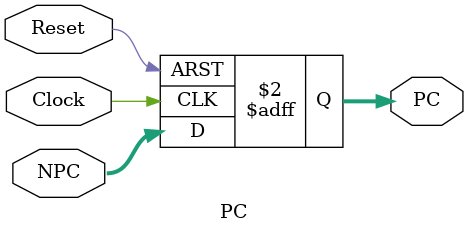
<source format=v>
`timescale 1ns / 1ps
module PC(NPC,Reset,Clock,PC);

	input Reset;
	input Clock;
	input [31:0] NPC;
	output [31:0] PC;
	
	reg [31:0] PC;
	always @ (posedge Clock or posedge Reset)
		begin
			if(Reset) PC<=32'h00000000;
			else PC<=NPC;
		end
endmodule

</source>
